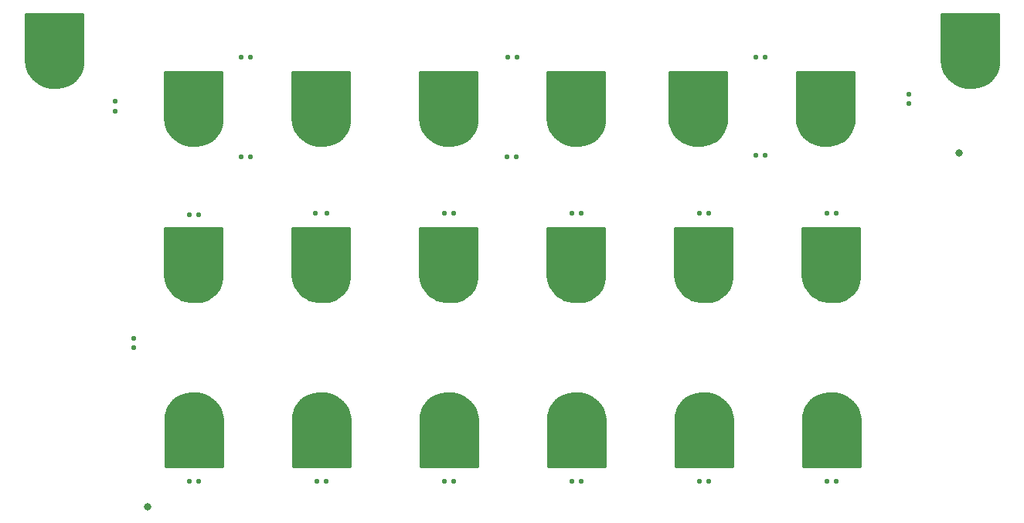
<source format=gbs>
G75*
%MOIN*%
%OFA0B0*%
%FSLAX25Y25*%
%IPPOS*%
%LPD*%
%AMOC8*
5,1,8,0,0,1.08239X$1,22.5*
%
%ADD10C,0.02300*%
%ADD11C,0.20800*%
%ADD12C,0.01000*%
%ADD13C,0.03300*%
D10*
X0106750Y0049750D03*
X0110750Y0049750D03*
X0161750Y0049750D03*
X0165750Y0049750D03*
X0216750Y0049750D03*
X0220750Y0049750D03*
X0271750Y0049750D03*
X0275750Y0049750D03*
X0326750Y0049750D03*
X0330750Y0049750D03*
X0381750Y0049750D03*
X0385750Y0049750D03*
X0385750Y0165250D03*
X0381750Y0165250D03*
X0355250Y0190250D03*
X0351250Y0190250D03*
X0330750Y0165250D03*
X0326750Y0165250D03*
X0275750Y0165250D03*
X0271750Y0165250D03*
X0247750Y0189750D03*
X0243750Y0189750D03*
X0220750Y0165250D03*
X0216750Y0165250D03*
X0166250Y0165250D03*
X0161250Y0165250D03*
X0133250Y0189750D03*
X0129250Y0189750D03*
X0110750Y0164750D03*
X0106750Y0164750D03*
X0074750Y0209250D03*
X0074750Y0213750D03*
X0129250Y0232750D03*
X0133250Y0232750D03*
X0244250Y0232750D03*
X0248250Y0232750D03*
X0351250Y0232750D03*
X0355250Y0232750D03*
X0417250Y0216750D03*
X0417250Y0212750D03*
X0082750Y0111250D03*
X0082750Y0107250D03*
D11*
X0108750Y0075250D03*
X0163750Y0075250D03*
X0218750Y0075250D03*
X0273750Y0075250D03*
X0328750Y0075250D03*
X0383750Y0075250D03*
X0383750Y0139750D03*
X0328750Y0139750D03*
X0273750Y0139750D03*
X0218750Y0139750D03*
X0163750Y0139750D03*
X0108750Y0139750D03*
X0108750Y0207250D03*
X0163750Y0207250D03*
X0218750Y0207250D03*
X0273750Y0207250D03*
X0326250Y0207250D03*
X0381250Y0207250D03*
X0443750Y0232250D03*
X0048750Y0232250D03*
D12*
X0061050Y0232446D02*
X0036250Y0232446D01*
X0036250Y0231448D02*
X0061050Y0231448D01*
X0061050Y0231450D02*
X0060990Y0229851D01*
X0060703Y0228276D01*
X0060197Y0226757D01*
X0059481Y0225326D01*
X0058570Y0224010D01*
X0057482Y0222837D01*
X0056238Y0221829D01*
X0054865Y0221007D01*
X0053389Y0220388D01*
X0051840Y0219984D01*
X0050250Y0219804D01*
X0048650Y0219850D01*
X0046965Y0219885D01*
X0045301Y0220159D01*
X0043694Y0220667D01*
X0042175Y0221399D01*
X0040776Y0222339D01*
X0039525Y0223469D01*
X0038448Y0224766D01*
X0037566Y0226202D01*
X0036897Y0227750D01*
X0036455Y0229377D01*
X0036250Y0231050D01*
X0036250Y0251450D01*
X0061050Y0251450D01*
X0061050Y0231450D01*
X0061012Y0230449D02*
X0036324Y0230449D01*
X0036446Y0229451D02*
X0060917Y0229451D01*
X0060736Y0228452D02*
X0036706Y0228452D01*
X0037025Y0227454D02*
X0060429Y0227454D01*
X0060046Y0226455D02*
X0037456Y0226455D01*
X0038023Y0225457D02*
X0059547Y0225457D01*
X0058880Y0224458D02*
X0038703Y0224458D01*
X0039536Y0223460D02*
X0058060Y0223460D01*
X0057019Y0222461D02*
X0040641Y0222461D01*
X0042080Y0221463D02*
X0055626Y0221463D01*
X0053570Y0220464D02*
X0044336Y0220464D01*
X0036250Y0233445D02*
X0061050Y0233445D01*
X0061050Y0234443D02*
X0036250Y0234443D01*
X0036250Y0235442D02*
X0061050Y0235442D01*
X0061050Y0236440D02*
X0036250Y0236440D01*
X0036250Y0237439D02*
X0061050Y0237439D01*
X0061050Y0238437D02*
X0036250Y0238437D01*
X0036250Y0239436D02*
X0061050Y0239436D01*
X0061050Y0240434D02*
X0036250Y0240434D01*
X0036250Y0241433D02*
X0061050Y0241433D01*
X0061050Y0242431D02*
X0036250Y0242431D01*
X0036250Y0243430D02*
X0061050Y0243430D01*
X0061050Y0244428D02*
X0036250Y0244428D01*
X0036250Y0245427D02*
X0061050Y0245427D01*
X0061050Y0246425D02*
X0036250Y0246425D01*
X0036250Y0247424D02*
X0061050Y0247424D01*
X0061050Y0248422D02*
X0036250Y0248422D01*
X0036250Y0249421D02*
X0061050Y0249421D01*
X0061050Y0250420D02*
X0036250Y0250420D01*
X0036250Y0251418D02*
X0061050Y0251418D01*
X0096250Y0226450D02*
X0096250Y0206050D01*
X0096455Y0204377D01*
X0096897Y0202750D01*
X0097566Y0201202D01*
X0098448Y0199766D01*
X0099525Y0198469D01*
X0100776Y0197339D01*
X0102175Y0196399D01*
X0103694Y0195667D01*
X0105301Y0195159D01*
X0106965Y0194885D01*
X0108650Y0194850D01*
X0110250Y0194804D01*
X0111840Y0194984D01*
X0113389Y0195388D01*
X0114865Y0196007D01*
X0116238Y0196829D01*
X0117482Y0197837D01*
X0118570Y0199010D01*
X0119481Y0200326D01*
X0120197Y0201757D01*
X0120703Y0203276D01*
X0120990Y0204851D01*
X0121050Y0206450D01*
X0121050Y0226450D01*
X0096250Y0226450D01*
X0096250Y0225457D02*
X0121050Y0225457D01*
X0121050Y0224458D02*
X0096250Y0224458D01*
X0096250Y0223460D02*
X0121050Y0223460D01*
X0121050Y0222461D02*
X0096250Y0222461D01*
X0096250Y0221463D02*
X0121050Y0221463D01*
X0121050Y0220464D02*
X0096250Y0220464D01*
X0096250Y0219466D02*
X0121050Y0219466D01*
X0121050Y0218467D02*
X0096250Y0218467D01*
X0096250Y0217469D02*
X0121050Y0217469D01*
X0121050Y0216470D02*
X0096250Y0216470D01*
X0096250Y0215472D02*
X0121050Y0215472D01*
X0121050Y0214473D02*
X0096250Y0214473D01*
X0096250Y0213475D02*
X0121050Y0213475D01*
X0121050Y0212476D02*
X0096250Y0212476D01*
X0096250Y0211478D02*
X0121050Y0211478D01*
X0121050Y0210479D02*
X0096250Y0210479D01*
X0096250Y0209481D02*
X0121050Y0209481D01*
X0121050Y0208482D02*
X0096250Y0208482D01*
X0096250Y0207484D02*
X0121050Y0207484D01*
X0121050Y0206485D02*
X0096250Y0206485D01*
X0096319Y0205487D02*
X0121014Y0205487D01*
X0120924Y0204488D02*
X0096442Y0204488D01*
X0096696Y0203489D02*
X0120742Y0203489D01*
X0120442Y0202491D02*
X0097009Y0202491D01*
X0097440Y0201492D02*
X0120065Y0201492D01*
X0119565Y0200494D02*
X0098000Y0200494D01*
X0098672Y0199495D02*
X0118906Y0199495D01*
X0118094Y0198497D02*
X0099502Y0198497D01*
X0100600Y0197498D02*
X0117065Y0197498D01*
X0115688Y0196500D02*
X0102025Y0196500D01*
X0104218Y0195501D02*
X0113659Y0195501D01*
X0151455Y0204377D02*
X0151897Y0202750D01*
X0152566Y0201202D01*
X0153448Y0199766D01*
X0154525Y0198469D01*
X0155776Y0197339D01*
X0157175Y0196399D01*
X0158694Y0195667D01*
X0160301Y0195159D01*
X0161965Y0194885D01*
X0163650Y0194850D01*
X0165250Y0194804D01*
X0166840Y0194984D01*
X0168389Y0195388D01*
X0169865Y0196007D01*
X0171238Y0196829D01*
X0172482Y0197837D01*
X0173570Y0199010D01*
X0174481Y0200326D01*
X0175197Y0201757D01*
X0175703Y0203276D01*
X0175990Y0204851D01*
X0176050Y0206450D01*
X0176050Y0226450D01*
X0151250Y0226450D01*
X0151250Y0206050D01*
X0151455Y0204377D01*
X0151442Y0204488D02*
X0175924Y0204488D01*
X0176014Y0205487D02*
X0151319Y0205487D01*
X0151250Y0206485D02*
X0176050Y0206485D01*
X0176050Y0207484D02*
X0151250Y0207484D01*
X0151250Y0208482D02*
X0176050Y0208482D01*
X0176050Y0209481D02*
X0151250Y0209481D01*
X0151250Y0210479D02*
X0176050Y0210479D01*
X0176050Y0211478D02*
X0151250Y0211478D01*
X0151250Y0212476D02*
X0176050Y0212476D01*
X0176050Y0213475D02*
X0151250Y0213475D01*
X0151250Y0214473D02*
X0176050Y0214473D01*
X0176050Y0215472D02*
X0151250Y0215472D01*
X0151250Y0216470D02*
X0176050Y0216470D01*
X0176050Y0217469D02*
X0151250Y0217469D01*
X0151250Y0218467D02*
X0176050Y0218467D01*
X0176050Y0219466D02*
X0151250Y0219466D01*
X0151250Y0220464D02*
X0176050Y0220464D01*
X0176050Y0221463D02*
X0151250Y0221463D01*
X0151250Y0222461D02*
X0176050Y0222461D01*
X0176050Y0223460D02*
X0151250Y0223460D01*
X0151250Y0224458D02*
X0176050Y0224458D01*
X0176050Y0225457D02*
X0151250Y0225457D01*
X0151696Y0203489D02*
X0175742Y0203489D01*
X0175442Y0202491D02*
X0152009Y0202491D01*
X0152440Y0201492D02*
X0175065Y0201492D01*
X0174565Y0200494D02*
X0153000Y0200494D01*
X0153672Y0199495D02*
X0173906Y0199495D01*
X0173094Y0198497D02*
X0154502Y0198497D01*
X0155600Y0197498D02*
X0172065Y0197498D01*
X0170688Y0196500D02*
X0157025Y0196500D01*
X0159218Y0195501D02*
X0168659Y0195501D01*
X0206455Y0204377D02*
X0206897Y0202750D01*
X0207566Y0201202D01*
X0208448Y0199766D01*
X0209525Y0198469D01*
X0210776Y0197339D01*
X0212175Y0196399D01*
X0213694Y0195667D01*
X0215301Y0195159D01*
X0216965Y0194885D01*
X0218650Y0194850D01*
X0220250Y0194804D01*
X0221840Y0194984D01*
X0223389Y0195388D01*
X0224865Y0196007D01*
X0226238Y0196829D01*
X0227482Y0197837D01*
X0228570Y0199010D01*
X0229481Y0200326D01*
X0230197Y0201757D01*
X0230703Y0203276D01*
X0230990Y0204851D01*
X0231050Y0206450D01*
X0231050Y0226450D01*
X0206250Y0226450D01*
X0206250Y0206050D01*
X0206455Y0204377D01*
X0206442Y0204488D02*
X0230924Y0204488D01*
X0231014Y0205487D02*
X0206319Y0205487D01*
X0206250Y0206485D02*
X0231050Y0206485D01*
X0231050Y0207484D02*
X0206250Y0207484D01*
X0206250Y0208482D02*
X0231050Y0208482D01*
X0231050Y0209481D02*
X0206250Y0209481D01*
X0206250Y0210479D02*
X0231050Y0210479D01*
X0231050Y0211478D02*
X0206250Y0211478D01*
X0206250Y0212476D02*
X0231050Y0212476D01*
X0231050Y0213475D02*
X0206250Y0213475D01*
X0206250Y0214473D02*
X0231050Y0214473D01*
X0231050Y0215472D02*
X0206250Y0215472D01*
X0206250Y0216470D02*
X0231050Y0216470D01*
X0231050Y0217469D02*
X0206250Y0217469D01*
X0206250Y0218467D02*
X0231050Y0218467D01*
X0231050Y0219466D02*
X0206250Y0219466D01*
X0206250Y0220464D02*
X0231050Y0220464D01*
X0231050Y0221463D02*
X0206250Y0221463D01*
X0206250Y0222461D02*
X0231050Y0222461D01*
X0231050Y0223460D02*
X0206250Y0223460D01*
X0206250Y0224458D02*
X0231050Y0224458D01*
X0231050Y0225457D02*
X0206250Y0225457D01*
X0206696Y0203489D02*
X0230742Y0203489D01*
X0230442Y0202491D02*
X0207009Y0202491D01*
X0207440Y0201492D02*
X0230065Y0201492D01*
X0229565Y0200494D02*
X0208000Y0200494D01*
X0208672Y0199495D02*
X0228906Y0199495D01*
X0228094Y0198497D02*
X0209502Y0198497D01*
X0210600Y0197498D02*
X0227065Y0197498D01*
X0225688Y0196500D02*
X0212025Y0196500D01*
X0214218Y0195501D02*
X0223659Y0195501D01*
X0261455Y0204377D02*
X0261897Y0202750D01*
X0262566Y0201202D01*
X0263448Y0199766D01*
X0264525Y0198469D01*
X0265776Y0197339D01*
X0267175Y0196399D01*
X0268694Y0195667D01*
X0270301Y0195159D01*
X0271965Y0194885D01*
X0273650Y0194850D01*
X0275250Y0194804D01*
X0276840Y0194984D01*
X0278389Y0195388D01*
X0279865Y0196007D01*
X0281238Y0196829D01*
X0282482Y0197837D01*
X0283570Y0199010D01*
X0284481Y0200326D01*
X0285197Y0201757D01*
X0285703Y0203276D01*
X0285990Y0204851D01*
X0286050Y0206450D01*
X0286050Y0226450D01*
X0261250Y0226450D01*
X0261250Y0206050D01*
X0261455Y0204377D01*
X0261442Y0204488D02*
X0285924Y0204488D01*
X0286014Y0205487D02*
X0261319Y0205487D01*
X0261250Y0206485D02*
X0286050Y0206485D01*
X0286050Y0207484D02*
X0261250Y0207484D01*
X0261250Y0208482D02*
X0286050Y0208482D01*
X0286050Y0209481D02*
X0261250Y0209481D01*
X0261250Y0210479D02*
X0286050Y0210479D01*
X0286050Y0211478D02*
X0261250Y0211478D01*
X0261250Y0212476D02*
X0286050Y0212476D01*
X0286050Y0213475D02*
X0261250Y0213475D01*
X0261250Y0214473D02*
X0286050Y0214473D01*
X0286050Y0215472D02*
X0261250Y0215472D01*
X0261250Y0216470D02*
X0286050Y0216470D01*
X0286050Y0217469D02*
X0261250Y0217469D01*
X0261250Y0218467D02*
X0286050Y0218467D01*
X0286050Y0219466D02*
X0261250Y0219466D01*
X0261250Y0220464D02*
X0286050Y0220464D01*
X0286050Y0221463D02*
X0261250Y0221463D01*
X0261250Y0222461D02*
X0286050Y0222461D01*
X0286050Y0223460D02*
X0261250Y0223460D01*
X0261250Y0224458D02*
X0286050Y0224458D01*
X0286050Y0225457D02*
X0261250Y0225457D01*
X0261696Y0203489D02*
X0285742Y0203489D01*
X0285442Y0202491D02*
X0262009Y0202491D01*
X0262440Y0201492D02*
X0285065Y0201492D01*
X0284565Y0200494D02*
X0263000Y0200494D01*
X0263672Y0199495D02*
X0283906Y0199495D01*
X0283094Y0198497D02*
X0264502Y0198497D01*
X0265600Y0197498D02*
X0282065Y0197498D01*
X0280688Y0196500D02*
X0267025Y0196500D01*
X0269218Y0195501D02*
X0278659Y0195501D01*
X0313955Y0204377D02*
X0314397Y0202750D01*
X0315066Y0201202D01*
X0315948Y0199766D01*
X0317025Y0198469D01*
X0318276Y0197339D01*
X0319675Y0196399D01*
X0321194Y0195667D01*
X0322801Y0195159D01*
X0324465Y0194885D01*
X0326150Y0194850D01*
X0327750Y0194804D01*
X0329340Y0194984D01*
X0330889Y0195388D01*
X0332365Y0196007D01*
X0333738Y0196829D01*
X0334982Y0197837D01*
X0336070Y0199010D01*
X0336981Y0200326D01*
X0337697Y0201757D01*
X0338203Y0203276D01*
X0338490Y0204851D01*
X0338550Y0206450D01*
X0338550Y0226450D01*
X0313750Y0226450D01*
X0313750Y0206050D01*
X0313955Y0204377D01*
X0313942Y0204488D02*
X0338424Y0204488D01*
X0338514Y0205487D02*
X0313819Y0205487D01*
X0313750Y0206485D02*
X0338550Y0206485D01*
X0338550Y0207484D02*
X0313750Y0207484D01*
X0313750Y0208482D02*
X0338550Y0208482D01*
X0338550Y0209481D02*
X0313750Y0209481D01*
X0313750Y0210479D02*
X0338550Y0210479D01*
X0338550Y0211478D02*
X0313750Y0211478D01*
X0313750Y0212476D02*
X0338550Y0212476D01*
X0338550Y0213475D02*
X0313750Y0213475D01*
X0313750Y0214473D02*
X0338550Y0214473D01*
X0338550Y0215472D02*
X0313750Y0215472D01*
X0313750Y0216470D02*
X0338550Y0216470D01*
X0338550Y0217469D02*
X0313750Y0217469D01*
X0313750Y0218467D02*
X0338550Y0218467D01*
X0338550Y0219466D02*
X0313750Y0219466D01*
X0313750Y0220464D02*
X0338550Y0220464D01*
X0338550Y0221463D02*
X0313750Y0221463D01*
X0313750Y0222461D02*
X0338550Y0222461D01*
X0338550Y0223460D02*
X0313750Y0223460D01*
X0313750Y0224458D02*
X0338550Y0224458D01*
X0338550Y0225457D02*
X0313750Y0225457D01*
X0314196Y0203489D02*
X0338242Y0203489D01*
X0337942Y0202491D02*
X0314509Y0202491D01*
X0314940Y0201492D02*
X0337565Y0201492D01*
X0337065Y0200494D02*
X0315500Y0200494D01*
X0316172Y0199495D02*
X0336406Y0199495D01*
X0335594Y0198497D02*
X0317002Y0198497D01*
X0318100Y0197498D02*
X0334565Y0197498D01*
X0333188Y0196500D02*
X0319525Y0196500D01*
X0321718Y0195501D02*
X0331159Y0195501D01*
X0368955Y0204377D02*
X0369397Y0202750D01*
X0370066Y0201202D01*
X0370948Y0199766D01*
X0372025Y0198469D01*
X0373276Y0197339D01*
X0374675Y0196399D01*
X0376194Y0195667D01*
X0377801Y0195159D01*
X0379465Y0194885D01*
X0381150Y0194850D01*
X0382750Y0194804D01*
X0384340Y0194984D01*
X0385889Y0195388D01*
X0387365Y0196007D01*
X0388738Y0196829D01*
X0389982Y0197837D01*
X0391070Y0199010D01*
X0391981Y0200326D01*
X0392697Y0201757D01*
X0393203Y0203276D01*
X0393490Y0204851D01*
X0393550Y0206450D01*
X0393550Y0226450D01*
X0368750Y0226450D01*
X0368750Y0206050D01*
X0368955Y0204377D01*
X0368942Y0204488D02*
X0393424Y0204488D01*
X0393514Y0205487D02*
X0368819Y0205487D01*
X0368750Y0206485D02*
X0393550Y0206485D01*
X0393550Y0207484D02*
X0368750Y0207484D01*
X0368750Y0208482D02*
X0393550Y0208482D01*
X0393550Y0209481D02*
X0368750Y0209481D01*
X0368750Y0210479D02*
X0393550Y0210479D01*
X0393550Y0211478D02*
X0368750Y0211478D01*
X0368750Y0212476D02*
X0393550Y0212476D01*
X0393550Y0213475D02*
X0368750Y0213475D01*
X0368750Y0214473D02*
X0393550Y0214473D01*
X0393550Y0215472D02*
X0368750Y0215472D01*
X0368750Y0216470D02*
X0393550Y0216470D01*
X0393550Y0217469D02*
X0368750Y0217469D01*
X0368750Y0218467D02*
X0393550Y0218467D01*
X0393550Y0219466D02*
X0368750Y0219466D01*
X0368750Y0220464D02*
X0393550Y0220464D01*
X0393550Y0221463D02*
X0368750Y0221463D01*
X0368750Y0222461D02*
X0393550Y0222461D01*
X0393550Y0223460D02*
X0368750Y0223460D01*
X0368750Y0224458D02*
X0393550Y0224458D01*
X0393550Y0225457D02*
X0368750Y0225457D01*
X0369196Y0203489D02*
X0393242Y0203489D01*
X0392942Y0202491D02*
X0369509Y0202491D01*
X0369940Y0201492D02*
X0392565Y0201492D01*
X0392065Y0200494D02*
X0370500Y0200494D01*
X0371172Y0199495D02*
X0391406Y0199495D01*
X0390594Y0198497D02*
X0372002Y0198497D01*
X0373100Y0197498D02*
X0389565Y0197498D01*
X0388188Y0196500D02*
X0374525Y0196500D01*
X0376718Y0195501D02*
X0386159Y0195501D01*
X0434525Y0223469D02*
X0435776Y0222339D01*
X0437175Y0221399D01*
X0438694Y0220667D01*
X0440301Y0220159D01*
X0441965Y0219885D01*
X0443650Y0219850D01*
X0445250Y0219804D01*
X0446840Y0219984D01*
X0448389Y0220388D01*
X0449865Y0221007D01*
X0451238Y0221829D01*
X0452482Y0222837D01*
X0453570Y0224010D01*
X0454481Y0225326D01*
X0455197Y0226757D01*
X0455703Y0228276D01*
X0455990Y0229851D01*
X0456050Y0231450D01*
X0456050Y0251450D01*
X0431250Y0251450D01*
X0431250Y0231050D01*
X0431455Y0229377D01*
X0431897Y0227750D01*
X0432566Y0226202D01*
X0433448Y0224766D01*
X0434525Y0223469D01*
X0434536Y0223460D02*
X0453060Y0223460D01*
X0453880Y0224458D02*
X0433703Y0224458D01*
X0433023Y0225457D02*
X0454547Y0225457D01*
X0455046Y0226455D02*
X0432456Y0226455D01*
X0432025Y0227454D02*
X0455429Y0227454D01*
X0455736Y0228452D02*
X0431706Y0228452D01*
X0431446Y0229451D02*
X0455917Y0229451D01*
X0456012Y0230449D02*
X0431324Y0230449D01*
X0431250Y0231448D02*
X0456050Y0231448D01*
X0456050Y0232446D02*
X0431250Y0232446D01*
X0431250Y0233445D02*
X0456050Y0233445D01*
X0456050Y0234443D02*
X0431250Y0234443D01*
X0431250Y0235442D02*
X0456050Y0235442D01*
X0456050Y0236440D02*
X0431250Y0236440D01*
X0431250Y0237439D02*
X0456050Y0237439D01*
X0456050Y0238437D02*
X0431250Y0238437D01*
X0431250Y0239436D02*
X0456050Y0239436D01*
X0456050Y0240434D02*
X0431250Y0240434D01*
X0431250Y0241433D02*
X0456050Y0241433D01*
X0456050Y0242431D02*
X0431250Y0242431D01*
X0431250Y0243430D02*
X0456050Y0243430D01*
X0456050Y0244428D02*
X0431250Y0244428D01*
X0431250Y0245427D02*
X0456050Y0245427D01*
X0456050Y0246425D02*
X0431250Y0246425D01*
X0431250Y0247424D02*
X0456050Y0247424D01*
X0456050Y0248422D02*
X0431250Y0248422D01*
X0431250Y0249421D02*
X0456050Y0249421D01*
X0456050Y0250420D02*
X0431250Y0250420D01*
X0431250Y0251418D02*
X0456050Y0251418D01*
X0452019Y0222461D02*
X0435641Y0222461D01*
X0437080Y0221463D02*
X0450626Y0221463D01*
X0448570Y0220464D02*
X0439336Y0220464D01*
X0396050Y0158950D02*
X0371250Y0158950D01*
X0371250Y0138550D01*
X0371455Y0136877D01*
X0371897Y0135250D01*
X0372566Y0133702D01*
X0373448Y0132266D01*
X0374525Y0130969D01*
X0375776Y0129839D01*
X0377175Y0128899D01*
X0378694Y0128167D01*
X0380301Y0127659D01*
X0381965Y0127385D01*
X0383650Y0127350D01*
X0385250Y0127304D01*
X0386840Y0127484D01*
X0388389Y0127888D01*
X0389865Y0128507D01*
X0391238Y0129329D01*
X0392482Y0130337D01*
X0393570Y0131510D01*
X0394481Y0132826D01*
X0395197Y0134257D01*
X0395703Y0135776D01*
X0395990Y0137351D01*
X0396050Y0138950D01*
X0396050Y0158950D01*
X0396050Y0158556D02*
X0371250Y0158556D01*
X0371250Y0157558D02*
X0396050Y0157558D01*
X0396050Y0156559D02*
X0371250Y0156559D01*
X0371250Y0155561D02*
X0396050Y0155561D01*
X0396050Y0154562D02*
X0371250Y0154562D01*
X0371250Y0153564D02*
X0396050Y0153564D01*
X0396050Y0152565D02*
X0371250Y0152565D01*
X0371250Y0151567D02*
X0396050Y0151567D01*
X0396050Y0150568D02*
X0371250Y0150568D01*
X0371250Y0149570D02*
X0396050Y0149570D01*
X0396050Y0148571D02*
X0371250Y0148571D01*
X0371250Y0147573D02*
X0396050Y0147573D01*
X0396050Y0146574D02*
X0371250Y0146574D01*
X0371250Y0145576D02*
X0396050Y0145576D01*
X0396050Y0144577D02*
X0371250Y0144577D01*
X0371250Y0143579D02*
X0396050Y0143579D01*
X0396050Y0142580D02*
X0371250Y0142580D01*
X0371250Y0141582D02*
X0396050Y0141582D01*
X0396050Y0140583D02*
X0371250Y0140583D01*
X0371250Y0139585D02*
X0396050Y0139585D01*
X0396036Y0138586D02*
X0371250Y0138586D01*
X0371368Y0137588D02*
X0395999Y0137588D01*
X0395851Y0136589D02*
X0371534Y0136589D01*
X0371805Y0135591D02*
X0395642Y0135591D01*
X0395309Y0134592D02*
X0372181Y0134592D01*
X0372632Y0133594D02*
X0394865Y0133594D01*
X0394322Y0132595D02*
X0373245Y0132595D01*
X0374004Y0131597D02*
X0393630Y0131597D01*
X0392724Y0130598D02*
X0374936Y0130598D01*
X0376133Y0129600D02*
X0391573Y0129600D01*
X0390022Y0128601D02*
X0377793Y0128601D01*
X0380643Y0127603D02*
X0387294Y0127603D01*
X0340703Y0135776D02*
X0340197Y0134257D01*
X0339481Y0132826D01*
X0338570Y0131510D01*
X0337482Y0130337D01*
X0336238Y0129329D01*
X0334865Y0128507D01*
X0333389Y0127888D01*
X0331840Y0127484D01*
X0330250Y0127304D01*
X0328650Y0127350D01*
X0326965Y0127385D01*
X0325301Y0127659D01*
X0323694Y0128167D01*
X0322175Y0128899D01*
X0320776Y0129839D01*
X0319525Y0130969D01*
X0318448Y0132266D01*
X0317566Y0133702D01*
X0316897Y0135250D01*
X0316455Y0136877D01*
X0316250Y0138550D01*
X0316250Y0158950D01*
X0341050Y0158950D01*
X0341050Y0138950D01*
X0340990Y0137351D01*
X0340703Y0135776D01*
X0340642Y0135591D02*
X0316805Y0135591D01*
X0316534Y0136589D02*
X0340851Y0136589D01*
X0340999Y0137588D02*
X0316368Y0137588D01*
X0316250Y0138586D02*
X0341036Y0138586D01*
X0341050Y0139585D02*
X0316250Y0139585D01*
X0316250Y0140583D02*
X0341050Y0140583D01*
X0341050Y0141582D02*
X0316250Y0141582D01*
X0316250Y0142580D02*
X0341050Y0142580D01*
X0341050Y0143579D02*
X0316250Y0143579D01*
X0316250Y0144577D02*
X0341050Y0144577D01*
X0341050Y0145576D02*
X0316250Y0145576D01*
X0316250Y0146574D02*
X0341050Y0146574D01*
X0341050Y0147573D02*
X0316250Y0147573D01*
X0316250Y0148571D02*
X0341050Y0148571D01*
X0341050Y0149570D02*
X0316250Y0149570D01*
X0316250Y0150568D02*
X0341050Y0150568D01*
X0341050Y0151567D02*
X0316250Y0151567D01*
X0316250Y0152565D02*
X0341050Y0152565D01*
X0341050Y0153564D02*
X0316250Y0153564D01*
X0316250Y0154562D02*
X0341050Y0154562D01*
X0341050Y0155561D02*
X0316250Y0155561D01*
X0316250Y0156559D02*
X0341050Y0156559D01*
X0341050Y0157558D02*
X0316250Y0157558D01*
X0316250Y0158556D02*
X0341050Y0158556D01*
X0340309Y0134592D02*
X0317181Y0134592D01*
X0317632Y0133594D02*
X0339865Y0133594D01*
X0339322Y0132595D02*
X0318245Y0132595D01*
X0319004Y0131597D02*
X0338630Y0131597D01*
X0337724Y0130598D02*
X0319936Y0130598D01*
X0321133Y0129600D02*
X0336573Y0129600D01*
X0335022Y0128601D02*
X0322793Y0128601D01*
X0325643Y0127603D02*
X0332294Y0127603D01*
X0285703Y0135776D02*
X0285197Y0134257D01*
X0284481Y0132826D01*
X0283570Y0131510D01*
X0282482Y0130337D01*
X0281238Y0129329D01*
X0279865Y0128507D01*
X0278389Y0127888D01*
X0276840Y0127484D01*
X0275250Y0127304D01*
X0273650Y0127350D01*
X0271965Y0127385D01*
X0270301Y0127659D01*
X0268694Y0128167D01*
X0267175Y0128899D01*
X0265776Y0129839D01*
X0264525Y0130969D01*
X0263448Y0132266D01*
X0262566Y0133702D01*
X0261897Y0135250D01*
X0261455Y0136877D01*
X0261250Y0138550D01*
X0261250Y0158950D01*
X0286050Y0158950D01*
X0286050Y0138950D01*
X0285990Y0137351D01*
X0285703Y0135776D01*
X0285642Y0135591D02*
X0261805Y0135591D01*
X0261534Y0136589D02*
X0285851Y0136589D01*
X0285999Y0137588D02*
X0261368Y0137588D01*
X0261250Y0138586D02*
X0286036Y0138586D01*
X0286050Y0139585D02*
X0261250Y0139585D01*
X0261250Y0140583D02*
X0286050Y0140583D01*
X0286050Y0141582D02*
X0261250Y0141582D01*
X0261250Y0142580D02*
X0286050Y0142580D01*
X0286050Y0143579D02*
X0261250Y0143579D01*
X0261250Y0144577D02*
X0286050Y0144577D01*
X0286050Y0145576D02*
X0261250Y0145576D01*
X0261250Y0146574D02*
X0286050Y0146574D01*
X0286050Y0147573D02*
X0261250Y0147573D01*
X0261250Y0148571D02*
X0286050Y0148571D01*
X0286050Y0149570D02*
X0261250Y0149570D01*
X0261250Y0150568D02*
X0286050Y0150568D01*
X0286050Y0151567D02*
X0261250Y0151567D01*
X0261250Y0152565D02*
X0286050Y0152565D01*
X0286050Y0153564D02*
X0261250Y0153564D01*
X0261250Y0154562D02*
X0286050Y0154562D01*
X0286050Y0155561D02*
X0261250Y0155561D01*
X0261250Y0156559D02*
X0286050Y0156559D01*
X0286050Y0157558D02*
X0261250Y0157558D01*
X0261250Y0158556D02*
X0286050Y0158556D01*
X0285309Y0134592D02*
X0262181Y0134592D01*
X0262632Y0133594D02*
X0284865Y0133594D01*
X0284322Y0132595D02*
X0263245Y0132595D01*
X0264004Y0131597D02*
X0283630Y0131597D01*
X0282724Y0130598D02*
X0264936Y0130598D01*
X0266133Y0129600D02*
X0281573Y0129600D01*
X0280022Y0128601D02*
X0267793Y0128601D01*
X0270643Y0127603D02*
X0277294Y0127603D01*
X0230703Y0135776D02*
X0230197Y0134257D01*
X0229481Y0132826D01*
X0228570Y0131510D01*
X0227482Y0130337D01*
X0226238Y0129329D01*
X0224865Y0128507D01*
X0223389Y0127888D01*
X0221840Y0127484D01*
X0220250Y0127304D01*
X0218650Y0127350D01*
X0216965Y0127385D01*
X0215301Y0127659D01*
X0213694Y0128167D01*
X0212175Y0128899D01*
X0210776Y0129839D01*
X0209525Y0130969D01*
X0208448Y0132266D01*
X0207566Y0133702D01*
X0206897Y0135250D01*
X0206455Y0136877D01*
X0206250Y0138550D01*
X0206250Y0158950D01*
X0231050Y0158950D01*
X0231050Y0138950D01*
X0230990Y0137351D01*
X0230703Y0135776D01*
X0230642Y0135591D02*
X0206805Y0135591D01*
X0206534Y0136589D02*
X0230851Y0136589D01*
X0230999Y0137588D02*
X0206368Y0137588D01*
X0206250Y0138586D02*
X0231036Y0138586D01*
X0231050Y0139585D02*
X0206250Y0139585D01*
X0206250Y0140583D02*
X0231050Y0140583D01*
X0231050Y0141582D02*
X0206250Y0141582D01*
X0206250Y0142580D02*
X0231050Y0142580D01*
X0231050Y0143579D02*
X0206250Y0143579D01*
X0206250Y0144577D02*
X0231050Y0144577D01*
X0231050Y0145576D02*
X0206250Y0145576D01*
X0206250Y0146574D02*
X0231050Y0146574D01*
X0231050Y0147573D02*
X0206250Y0147573D01*
X0206250Y0148571D02*
X0231050Y0148571D01*
X0231050Y0149570D02*
X0206250Y0149570D01*
X0206250Y0150568D02*
X0231050Y0150568D01*
X0231050Y0151567D02*
X0206250Y0151567D01*
X0206250Y0152565D02*
X0231050Y0152565D01*
X0231050Y0153564D02*
X0206250Y0153564D01*
X0206250Y0154562D02*
X0231050Y0154562D01*
X0231050Y0155561D02*
X0206250Y0155561D01*
X0206250Y0156559D02*
X0231050Y0156559D01*
X0231050Y0157558D02*
X0206250Y0157558D01*
X0206250Y0158556D02*
X0231050Y0158556D01*
X0230309Y0134592D02*
X0207181Y0134592D01*
X0207632Y0133594D02*
X0229865Y0133594D01*
X0229322Y0132595D02*
X0208245Y0132595D01*
X0209004Y0131597D02*
X0228630Y0131597D01*
X0227724Y0130598D02*
X0209936Y0130598D01*
X0211133Y0129600D02*
X0226573Y0129600D01*
X0225022Y0128601D02*
X0212793Y0128601D01*
X0215643Y0127603D02*
X0222294Y0127603D01*
X0175703Y0135776D02*
X0175990Y0137351D01*
X0176050Y0138950D01*
X0176050Y0158950D01*
X0151250Y0158950D01*
X0151250Y0138550D01*
X0151455Y0136877D01*
X0151897Y0135250D01*
X0152566Y0133702D01*
X0153448Y0132266D01*
X0154525Y0130969D01*
X0155776Y0129839D01*
X0157175Y0128899D01*
X0158694Y0128167D01*
X0160301Y0127659D01*
X0161965Y0127385D01*
X0163650Y0127350D01*
X0165250Y0127304D01*
X0166840Y0127484D01*
X0168389Y0127888D01*
X0169865Y0128507D01*
X0171238Y0129329D01*
X0172482Y0130337D01*
X0173570Y0131510D01*
X0174481Y0132826D01*
X0175197Y0134257D01*
X0175703Y0135776D01*
X0175642Y0135591D02*
X0151805Y0135591D01*
X0151534Y0136589D02*
X0175851Y0136589D01*
X0175999Y0137588D02*
X0151368Y0137588D01*
X0151250Y0138586D02*
X0176036Y0138586D01*
X0176050Y0139585D02*
X0151250Y0139585D01*
X0151250Y0140583D02*
X0176050Y0140583D01*
X0176050Y0141582D02*
X0151250Y0141582D01*
X0151250Y0142580D02*
X0176050Y0142580D01*
X0176050Y0143579D02*
X0151250Y0143579D01*
X0151250Y0144577D02*
X0176050Y0144577D01*
X0176050Y0145576D02*
X0151250Y0145576D01*
X0151250Y0146574D02*
X0176050Y0146574D01*
X0176050Y0147573D02*
X0151250Y0147573D01*
X0151250Y0148571D02*
X0176050Y0148571D01*
X0176050Y0149570D02*
X0151250Y0149570D01*
X0151250Y0150568D02*
X0176050Y0150568D01*
X0176050Y0151567D02*
X0151250Y0151567D01*
X0151250Y0152565D02*
X0176050Y0152565D01*
X0176050Y0153564D02*
X0151250Y0153564D01*
X0151250Y0154562D02*
X0176050Y0154562D01*
X0176050Y0155561D02*
X0151250Y0155561D01*
X0151250Y0156559D02*
X0176050Y0156559D01*
X0176050Y0157558D02*
X0151250Y0157558D01*
X0151250Y0158556D02*
X0176050Y0158556D01*
X0175309Y0134592D02*
X0152181Y0134592D01*
X0152632Y0133594D02*
X0174865Y0133594D01*
X0174322Y0132595D02*
X0153245Y0132595D01*
X0154004Y0131597D02*
X0173630Y0131597D01*
X0172724Y0130598D02*
X0154936Y0130598D01*
X0156133Y0129600D02*
X0171573Y0129600D01*
X0170022Y0128601D02*
X0157793Y0128601D01*
X0160643Y0127603D02*
X0167294Y0127603D01*
X0120703Y0135776D02*
X0120197Y0134257D01*
X0119481Y0132826D01*
X0118570Y0131510D01*
X0117482Y0130337D01*
X0116238Y0129329D01*
X0114865Y0128507D01*
X0113389Y0127888D01*
X0111840Y0127484D01*
X0110250Y0127304D01*
X0108650Y0127350D01*
X0106965Y0127385D01*
X0105301Y0127659D01*
X0103694Y0128167D01*
X0102175Y0128899D01*
X0100776Y0129839D01*
X0099525Y0130969D01*
X0098448Y0132266D01*
X0097566Y0133702D01*
X0096897Y0135250D01*
X0096455Y0136877D01*
X0096250Y0138550D01*
X0096250Y0158950D01*
X0121050Y0158950D01*
X0121050Y0138950D01*
X0120990Y0137351D01*
X0120703Y0135776D01*
X0120642Y0135591D02*
X0096805Y0135591D01*
X0096534Y0136589D02*
X0120851Y0136589D01*
X0120999Y0137588D02*
X0096368Y0137588D01*
X0096250Y0138586D02*
X0121036Y0138586D01*
X0121050Y0139585D02*
X0096250Y0139585D01*
X0096250Y0140583D02*
X0121050Y0140583D01*
X0121050Y0141582D02*
X0096250Y0141582D01*
X0096250Y0142580D02*
X0121050Y0142580D01*
X0121050Y0143579D02*
X0096250Y0143579D01*
X0096250Y0144577D02*
X0121050Y0144577D01*
X0121050Y0145576D02*
X0096250Y0145576D01*
X0096250Y0146574D02*
X0121050Y0146574D01*
X0121050Y0147573D02*
X0096250Y0147573D01*
X0096250Y0148571D02*
X0121050Y0148571D01*
X0121050Y0149570D02*
X0096250Y0149570D01*
X0096250Y0150568D02*
X0121050Y0150568D01*
X0121050Y0151567D02*
X0096250Y0151567D01*
X0096250Y0152565D02*
X0121050Y0152565D01*
X0121050Y0153564D02*
X0096250Y0153564D01*
X0096250Y0154562D02*
X0121050Y0154562D01*
X0121050Y0155561D02*
X0096250Y0155561D01*
X0096250Y0156559D02*
X0121050Y0156559D01*
X0121050Y0157558D02*
X0096250Y0157558D01*
X0096250Y0158556D02*
X0121050Y0158556D01*
X0120309Y0134592D02*
X0097181Y0134592D01*
X0097632Y0133594D02*
X0119865Y0133594D01*
X0119322Y0132595D02*
X0098245Y0132595D01*
X0099004Y0131597D02*
X0118630Y0131597D01*
X0117724Y0130598D02*
X0099936Y0130598D01*
X0101133Y0129600D02*
X0116573Y0129600D01*
X0115022Y0128601D02*
X0102793Y0128601D01*
X0105643Y0127603D02*
X0112294Y0127603D01*
X0110535Y0087615D02*
X0112199Y0087341D01*
X0113806Y0086833D01*
X0115325Y0086101D01*
X0116724Y0085161D01*
X0117975Y0084031D01*
X0119052Y0082734D01*
X0119934Y0081298D01*
X0120603Y0079750D01*
X0121045Y0078123D01*
X0121250Y0076450D01*
X0121250Y0056050D01*
X0096450Y0056050D01*
X0096450Y0076050D01*
X0096510Y0077649D01*
X0096797Y0079224D01*
X0097303Y0080743D01*
X0098019Y0082174D01*
X0098930Y0083490D01*
X0100018Y0084663D01*
X0101262Y0085671D01*
X0102635Y0086493D01*
X0104111Y0087112D01*
X0105660Y0087516D01*
X0107250Y0087696D01*
X0108850Y0087650D01*
X0110535Y0087615D01*
X0108429Y0087662D02*
X0106950Y0087662D01*
X0103043Y0086664D02*
X0114157Y0086664D01*
X0115974Y0085665D02*
X0101254Y0085665D01*
X0100022Y0084667D02*
X0117271Y0084667D01*
X0118276Y0083668D02*
X0099095Y0083668D01*
X0098362Y0082670D02*
X0119092Y0082670D01*
X0119705Y0081671D02*
X0097767Y0081671D01*
X0097279Y0080673D02*
X0120204Y0080673D01*
X0120624Y0079674D02*
X0096947Y0079674D01*
X0096697Y0078676D02*
X0120895Y0078676D01*
X0121099Y0077677D02*
X0096515Y0077677D01*
X0096474Y0076679D02*
X0121222Y0076679D01*
X0121250Y0075680D02*
X0096450Y0075680D01*
X0096450Y0074682D02*
X0121250Y0074682D01*
X0121250Y0073683D02*
X0096450Y0073683D01*
X0096450Y0072684D02*
X0121250Y0072684D01*
X0121250Y0071686D02*
X0096450Y0071686D01*
X0096450Y0070687D02*
X0121250Y0070687D01*
X0121250Y0069689D02*
X0096450Y0069689D01*
X0096450Y0068690D02*
X0121250Y0068690D01*
X0121250Y0067692D02*
X0096450Y0067692D01*
X0096450Y0066693D02*
X0121250Y0066693D01*
X0121250Y0065695D02*
X0096450Y0065695D01*
X0096450Y0064696D02*
X0121250Y0064696D01*
X0121250Y0063698D02*
X0096450Y0063698D01*
X0096450Y0062699D02*
X0121250Y0062699D01*
X0121250Y0061701D02*
X0096450Y0061701D01*
X0096450Y0060702D02*
X0121250Y0060702D01*
X0121250Y0059704D02*
X0096450Y0059704D01*
X0096450Y0058705D02*
X0121250Y0058705D01*
X0121250Y0057707D02*
X0096450Y0057707D01*
X0096450Y0056708D02*
X0121250Y0056708D01*
X0151450Y0056708D02*
X0176250Y0056708D01*
X0176250Y0056050D02*
X0176250Y0076450D01*
X0176045Y0078123D01*
X0175603Y0079750D01*
X0174934Y0081298D01*
X0174052Y0082734D01*
X0172975Y0084031D01*
X0171724Y0085161D01*
X0170325Y0086101D01*
X0168806Y0086833D01*
X0167199Y0087341D01*
X0165535Y0087615D01*
X0163850Y0087650D01*
X0162250Y0087696D01*
X0160660Y0087516D01*
X0159111Y0087112D01*
X0157635Y0086493D01*
X0156262Y0085671D01*
X0155018Y0084663D01*
X0153930Y0083490D01*
X0153019Y0082174D01*
X0152303Y0080743D01*
X0151797Y0079224D01*
X0151510Y0077649D01*
X0151450Y0076050D01*
X0151450Y0056050D01*
X0176250Y0056050D01*
X0176250Y0057707D02*
X0151450Y0057707D01*
X0151450Y0058705D02*
X0176250Y0058705D01*
X0176250Y0059704D02*
X0151450Y0059704D01*
X0151450Y0060702D02*
X0176250Y0060702D01*
X0176250Y0061701D02*
X0151450Y0061701D01*
X0151450Y0062699D02*
X0176250Y0062699D01*
X0176250Y0063698D02*
X0151450Y0063698D01*
X0151450Y0064696D02*
X0176250Y0064696D01*
X0176250Y0065695D02*
X0151450Y0065695D01*
X0151450Y0066693D02*
X0176250Y0066693D01*
X0176250Y0067692D02*
X0151450Y0067692D01*
X0151450Y0068690D02*
X0176250Y0068690D01*
X0176250Y0069689D02*
X0151450Y0069689D01*
X0151450Y0070687D02*
X0176250Y0070687D01*
X0176250Y0071686D02*
X0151450Y0071686D01*
X0151450Y0072684D02*
X0176250Y0072684D01*
X0176250Y0073683D02*
X0151450Y0073683D01*
X0151450Y0074682D02*
X0176250Y0074682D01*
X0176250Y0075680D02*
X0151450Y0075680D01*
X0151474Y0076679D02*
X0176222Y0076679D01*
X0176099Y0077677D02*
X0151515Y0077677D01*
X0151697Y0078676D02*
X0175895Y0078676D01*
X0175624Y0079674D02*
X0151947Y0079674D01*
X0152279Y0080673D02*
X0175204Y0080673D01*
X0174705Y0081671D02*
X0152767Y0081671D01*
X0153362Y0082670D02*
X0174092Y0082670D01*
X0173276Y0083668D02*
X0154095Y0083668D01*
X0155022Y0084667D02*
X0172271Y0084667D01*
X0170974Y0085665D02*
X0156254Y0085665D01*
X0158043Y0086664D02*
X0169157Y0086664D01*
X0163429Y0087662D02*
X0161950Y0087662D01*
X0206797Y0079224D02*
X0207303Y0080743D01*
X0208019Y0082174D01*
X0208930Y0083490D01*
X0210018Y0084663D01*
X0211262Y0085671D01*
X0212635Y0086493D01*
X0214111Y0087112D01*
X0215660Y0087516D01*
X0217250Y0087696D01*
X0218850Y0087650D01*
X0220535Y0087615D01*
X0222199Y0087341D01*
X0223806Y0086833D01*
X0225325Y0086101D01*
X0226724Y0085161D01*
X0227975Y0084031D01*
X0229052Y0082734D01*
X0229934Y0081298D01*
X0230603Y0079750D01*
X0231045Y0078123D01*
X0231250Y0076450D01*
X0231250Y0056050D01*
X0206450Y0056050D01*
X0206450Y0076050D01*
X0206510Y0077649D01*
X0206797Y0079224D01*
X0206947Y0079674D02*
X0230624Y0079674D01*
X0230895Y0078676D02*
X0206697Y0078676D01*
X0206515Y0077677D02*
X0231099Y0077677D01*
X0231222Y0076679D02*
X0206474Y0076679D01*
X0206450Y0075680D02*
X0231250Y0075680D01*
X0231250Y0074682D02*
X0206450Y0074682D01*
X0206450Y0073683D02*
X0231250Y0073683D01*
X0231250Y0072684D02*
X0206450Y0072684D01*
X0206450Y0071686D02*
X0231250Y0071686D01*
X0231250Y0070687D02*
X0206450Y0070687D01*
X0206450Y0069689D02*
X0231250Y0069689D01*
X0231250Y0068690D02*
X0206450Y0068690D01*
X0206450Y0067692D02*
X0231250Y0067692D01*
X0231250Y0066693D02*
X0206450Y0066693D01*
X0206450Y0065695D02*
X0231250Y0065695D01*
X0231250Y0064696D02*
X0206450Y0064696D01*
X0206450Y0063698D02*
X0231250Y0063698D01*
X0231250Y0062699D02*
X0206450Y0062699D01*
X0206450Y0061701D02*
X0231250Y0061701D01*
X0231250Y0060702D02*
X0206450Y0060702D01*
X0206450Y0059704D02*
X0231250Y0059704D01*
X0231250Y0058705D02*
X0206450Y0058705D01*
X0206450Y0057707D02*
X0231250Y0057707D01*
X0231250Y0056708D02*
X0206450Y0056708D01*
X0207279Y0080673D02*
X0230204Y0080673D01*
X0229705Y0081671D02*
X0207767Y0081671D01*
X0208362Y0082670D02*
X0229092Y0082670D01*
X0228276Y0083668D02*
X0209095Y0083668D01*
X0210022Y0084667D02*
X0227271Y0084667D01*
X0225974Y0085665D02*
X0211254Y0085665D01*
X0213043Y0086664D02*
X0224157Y0086664D01*
X0218429Y0087662D02*
X0216950Y0087662D01*
X0261797Y0079224D02*
X0262303Y0080743D01*
X0263019Y0082174D01*
X0263930Y0083490D01*
X0265018Y0084663D01*
X0266262Y0085671D01*
X0267635Y0086493D01*
X0269111Y0087112D01*
X0270660Y0087516D01*
X0272250Y0087696D01*
X0273850Y0087650D01*
X0275535Y0087615D01*
X0277199Y0087341D01*
X0278806Y0086833D01*
X0280325Y0086101D01*
X0281724Y0085161D01*
X0282975Y0084031D01*
X0284052Y0082734D01*
X0284934Y0081298D01*
X0285603Y0079750D01*
X0286045Y0078123D01*
X0286250Y0076450D01*
X0286250Y0056050D01*
X0261450Y0056050D01*
X0261450Y0076050D01*
X0261510Y0077649D01*
X0261797Y0079224D01*
X0261947Y0079674D02*
X0285624Y0079674D01*
X0285895Y0078676D02*
X0261697Y0078676D01*
X0261515Y0077677D02*
X0286099Y0077677D01*
X0286222Y0076679D02*
X0261474Y0076679D01*
X0261450Y0075680D02*
X0286250Y0075680D01*
X0286250Y0074682D02*
X0261450Y0074682D01*
X0261450Y0073683D02*
X0286250Y0073683D01*
X0286250Y0072684D02*
X0261450Y0072684D01*
X0261450Y0071686D02*
X0286250Y0071686D01*
X0286250Y0070687D02*
X0261450Y0070687D01*
X0261450Y0069689D02*
X0286250Y0069689D01*
X0286250Y0068690D02*
X0261450Y0068690D01*
X0261450Y0067692D02*
X0286250Y0067692D01*
X0286250Y0066693D02*
X0261450Y0066693D01*
X0261450Y0065695D02*
X0286250Y0065695D01*
X0286250Y0064696D02*
X0261450Y0064696D01*
X0261450Y0063698D02*
X0286250Y0063698D01*
X0286250Y0062699D02*
X0261450Y0062699D01*
X0261450Y0061701D02*
X0286250Y0061701D01*
X0286250Y0060702D02*
X0261450Y0060702D01*
X0261450Y0059704D02*
X0286250Y0059704D01*
X0286250Y0058705D02*
X0261450Y0058705D01*
X0261450Y0057707D02*
X0286250Y0057707D01*
X0286250Y0056708D02*
X0261450Y0056708D01*
X0262279Y0080673D02*
X0285204Y0080673D01*
X0284705Y0081671D02*
X0262767Y0081671D01*
X0263362Y0082670D02*
X0284092Y0082670D01*
X0283276Y0083668D02*
X0264095Y0083668D01*
X0265022Y0084667D02*
X0282271Y0084667D01*
X0280974Y0085665D02*
X0266254Y0085665D01*
X0268043Y0086664D02*
X0279157Y0086664D01*
X0273429Y0087662D02*
X0271950Y0087662D01*
X0316797Y0079224D02*
X0317303Y0080743D01*
X0318019Y0082174D01*
X0318930Y0083490D01*
X0320018Y0084663D01*
X0321262Y0085671D01*
X0322635Y0086493D01*
X0324111Y0087112D01*
X0325660Y0087516D01*
X0327250Y0087696D01*
X0328850Y0087650D01*
X0330535Y0087615D01*
X0332199Y0087341D01*
X0333806Y0086833D01*
X0335325Y0086101D01*
X0336724Y0085161D01*
X0337975Y0084031D01*
X0339052Y0082734D01*
X0339934Y0081298D01*
X0340603Y0079750D01*
X0341045Y0078123D01*
X0341250Y0076450D01*
X0341250Y0056050D01*
X0316450Y0056050D01*
X0316450Y0076050D01*
X0316510Y0077649D01*
X0316797Y0079224D01*
X0316947Y0079674D02*
X0340624Y0079674D01*
X0340895Y0078676D02*
X0316697Y0078676D01*
X0316515Y0077677D02*
X0341099Y0077677D01*
X0341222Y0076679D02*
X0316474Y0076679D01*
X0316450Y0075680D02*
X0341250Y0075680D01*
X0341250Y0074682D02*
X0316450Y0074682D01*
X0316450Y0073683D02*
X0341250Y0073683D01*
X0341250Y0072684D02*
X0316450Y0072684D01*
X0316450Y0071686D02*
X0341250Y0071686D01*
X0341250Y0070687D02*
X0316450Y0070687D01*
X0316450Y0069689D02*
X0341250Y0069689D01*
X0341250Y0068690D02*
X0316450Y0068690D01*
X0316450Y0067692D02*
X0341250Y0067692D01*
X0341250Y0066693D02*
X0316450Y0066693D01*
X0316450Y0065695D02*
X0341250Y0065695D01*
X0341250Y0064696D02*
X0316450Y0064696D01*
X0316450Y0063698D02*
X0341250Y0063698D01*
X0341250Y0062699D02*
X0316450Y0062699D01*
X0316450Y0061701D02*
X0341250Y0061701D01*
X0341250Y0060702D02*
X0316450Y0060702D01*
X0316450Y0059704D02*
X0341250Y0059704D01*
X0341250Y0058705D02*
X0316450Y0058705D01*
X0316450Y0057707D02*
X0341250Y0057707D01*
X0341250Y0056708D02*
X0316450Y0056708D01*
X0317279Y0080673D02*
X0340204Y0080673D01*
X0339705Y0081671D02*
X0317767Y0081671D01*
X0318362Y0082670D02*
X0339092Y0082670D01*
X0338276Y0083668D02*
X0319095Y0083668D01*
X0320022Y0084667D02*
X0337271Y0084667D01*
X0335974Y0085665D02*
X0321254Y0085665D01*
X0323043Y0086664D02*
X0334157Y0086664D01*
X0328429Y0087662D02*
X0326950Y0087662D01*
X0371797Y0079224D02*
X0372303Y0080743D01*
X0373019Y0082174D01*
X0373930Y0083490D01*
X0375018Y0084663D01*
X0376262Y0085671D01*
X0377635Y0086493D01*
X0379111Y0087112D01*
X0380660Y0087516D01*
X0382250Y0087696D01*
X0383850Y0087650D01*
X0385535Y0087615D01*
X0387199Y0087341D01*
X0388806Y0086833D01*
X0390325Y0086101D01*
X0391724Y0085161D01*
X0392975Y0084031D01*
X0394052Y0082734D01*
X0394934Y0081298D01*
X0395603Y0079750D01*
X0396045Y0078123D01*
X0396250Y0076450D01*
X0396250Y0056050D01*
X0371450Y0056050D01*
X0371450Y0076050D01*
X0371510Y0077649D01*
X0371797Y0079224D01*
X0371947Y0079674D02*
X0395624Y0079674D01*
X0395895Y0078676D02*
X0371697Y0078676D01*
X0371515Y0077677D02*
X0396099Y0077677D01*
X0396222Y0076679D02*
X0371474Y0076679D01*
X0371450Y0075680D02*
X0396250Y0075680D01*
X0396250Y0074682D02*
X0371450Y0074682D01*
X0371450Y0073683D02*
X0396250Y0073683D01*
X0396250Y0072684D02*
X0371450Y0072684D01*
X0371450Y0071686D02*
X0396250Y0071686D01*
X0396250Y0070687D02*
X0371450Y0070687D01*
X0371450Y0069689D02*
X0396250Y0069689D01*
X0396250Y0068690D02*
X0371450Y0068690D01*
X0371450Y0067692D02*
X0396250Y0067692D01*
X0396250Y0066693D02*
X0371450Y0066693D01*
X0371450Y0065695D02*
X0396250Y0065695D01*
X0396250Y0064696D02*
X0371450Y0064696D01*
X0371450Y0063698D02*
X0396250Y0063698D01*
X0396250Y0062699D02*
X0371450Y0062699D01*
X0371450Y0061701D02*
X0396250Y0061701D01*
X0396250Y0060702D02*
X0371450Y0060702D01*
X0371450Y0059704D02*
X0396250Y0059704D01*
X0396250Y0058705D02*
X0371450Y0058705D01*
X0371450Y0057707D02*
X0396250Y0057707D01*
X0396250Y0056708D02*
X0371450Y0056708D01*
X0372279Y0080673D02*
X0395204Y0080673D01*
X0394705Y0081671D02*
X0372767Y0081671D01*
X0373362Y0082670D02*
X0394092Y0082670D01*
X0393276Y0083668D02*
X0374095Y0083668D01*
X0375022Y0084667D02*
X0392271Y0084667D01*
X0390974Y0085665D02*
X0376254Y0085665D01*
X0378043Y0086664D02*
X0389157Y0086664D01*
X0383429Y0087662D02*
X0381950Y0087662D01*
D13*
X0088750Y0038750D03*
X0438750Y0191250D03*
M02*

</source>
